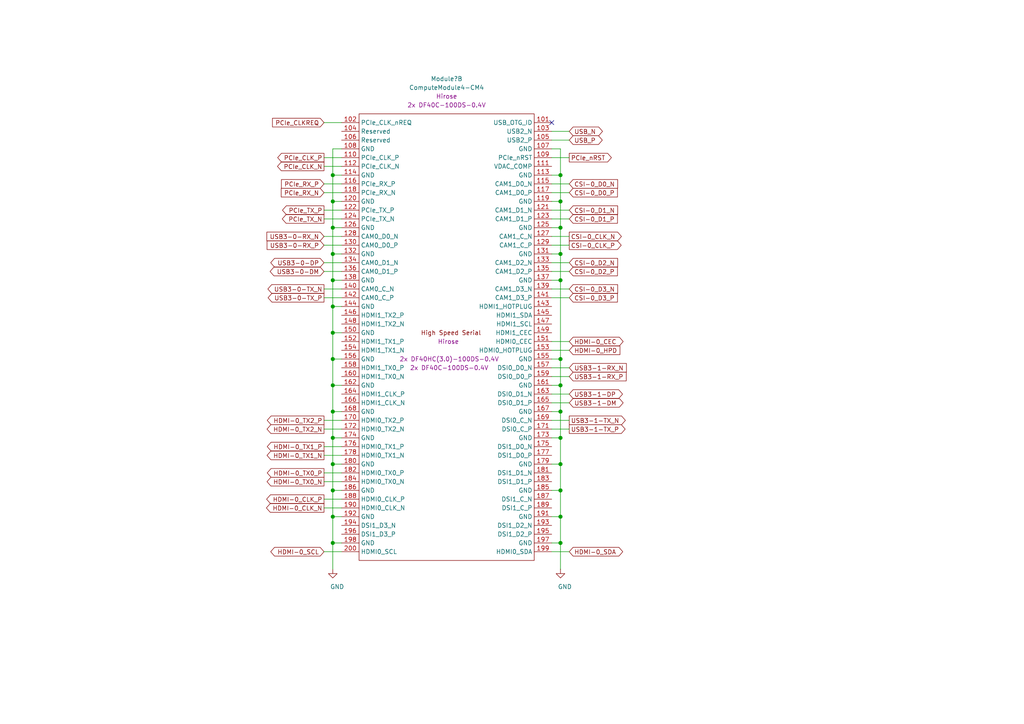
<source format=kicad_sch>
(kicad_sch (version 20250114) (generator "eeschema") (generator_version "9.0")
  (paper "A4")
  (title_block (title "CM4/CM5 Carrier Board"))
  (lib_symbols
    (symbol "CM4IO:ComputeModule4-CM4"
      (property "Reference" "Module" (at 113.03 -68.58 0))
      (property "Value" "ComputeModule4-CM4" (at 140.97 2.54 0))
      (property "Manufacturer" "Hirose" (at 0 0 0))
      (property "MPN" "2x DF40C-100DS-0.4V" (at 0 -2.54 0))
      (property "MPN (Alt)" "2x DF40HC(3.0)-100DS-0.4V" (at 0 0 0))
      (symbol "ComputeModule4-CM4_1_0"
        (text "GPIO" (at 0 6.35 0) (effects (font (size 1.27 1.27))))
      )
      (symbol "ComputeModule4-CM4_1_1"
        (rectangle (start -30.48 -71.12) (end 25.4 58.42))
        (text "600mA Max" (at -8.89 -48.26 0) (effects (font (size 1.27 1.27))))
        (text "600mA Max" (at -8.89 -53.34 0) (effects (font (size 1.27 1.27))))
        (text "NB SD signals are only available" (at -1.27 -27.94 0) (effects (font (size 1.27 1.27))))
        (text "on modules without eMMC" (at -1.27 -30.48 0) (effects (font (size 1.27 1.27))))
        (pin power_in line (at -33.02 55.88 0) (length 2.54) (name "GND") (number "2"))
        (pin passive line (at -33.02 53.34 0) (length 2.54) (name "Ethernet_Pair1_P") (number "4"))
        (pin passive line (at -33.02 50.8 0) (length 2.54) (name "Ethernet_Pair1_N") (number "6"))
        (pin power_in line (at -33.02 48.26 0) (length 2.54) (name "GND") (number "8"))
        (pin passive line (at -33.02 45.72 0) (length 2.54) (name "Ethernet_Pair0_N") (number "10"))
        (pin passive line (at -33.02 43.18 0) (length 2.54) (name "Ethernet_Pair0_P") (number "12"))
        (pin power_in line (at -33.02 40.64 0) (length 2.54) (name "GND") (number "14"))
        (pin input line (at -33.02 38.1 0) (length 2.54) (name "Ethernet_SYNC_IN(1.8v)") (number "16"))
        (pin input line (at -33.02 35.56 0) (length 2.54) (name "Ethernet_SYNC_OUT(1.8v)") (number "18"))
        (pin passive line (at -33.02 33.02 0) (length 2.54) (name "EEPROM_nWP") (number "20"))
        (pin power_in line (at -33.02 30.48 0) (length 2.54) (name "GND") (number "22"))
        (pin passive line (at -33.02 27.94 0) (length 2.54) (name "GPIO26") (number "24"))
        (pin passive line (at -33.02 25.4 0) (length 2.54) (name "GPIO19") (number "26"))
        (pin passive line (at -33.02 22.86 0) (length 2.54) (name "GPIO13") (number "28"))
        (pin passive line (at -33.02 20.32 0) (length 2.54) (name "GPIO6") (number "30"))
        (pin power_in line (at -33.02 17.78 0) (length 2.54) (name "GND") (number "32"))
        (pin passive line (at -33.02 15.24 0) (length 2.54) (name "GPIO5") (number "34"))
        (pin passive line (at -33.02 12.7 0) (length 2.54) (name "ID_SD") (number "36"))
        (pin passive line (at -33.02 10.16 0) (length 2.54) (name "GPIO11") (number "38"))
        (pin passive line (at -33.02 7.62 0) (length 2.54) (name "GPIO9") (number "40"))
        (pin power_in line (at -33.02 5.08 0) (length 2.54) (name "GND") (number "42"))
        (pin passive line (at -33.02 2.54 0) (length 2.54) (name "GPIO10") (number "44"))
        (pin passive line (at -33.02 0 0) (length 2.54) (name "GPIO22") (number "46"))
        (pin passive line (at -33.02 -2.54 0) (length 2.54) (name "GPIO27") (number "48"))
        (pin passive line (at -33.02 -5.08 0) (length 2.54) (name "GPIO17") (number "50"))
        (pin power_in line (at -33.02 -7.62 0) (length 2.54) (name "GND") (number "52"))
        (pin passive line (at -33.02 -10.16 0) (length 2.54) (name "GPIO4") (number "54"))
        (pin passive line (at -33.02 -12.7 0) (length 2.54) (name "GPIO3") (number "56"))
        (pin passive line (at -33.02 -15.24 0) (length 2.54) (name "GPIO2") (number "58"))
        (pin power_in line (at -33.02 -17.78 0) (length 2.54) (name "GND") (number "60"))
        (pin passive line (at -33.02 -20.32 0) (length 2.54) (name "SD_CMD") (number "62"))
        (pin passive line (at -33.02 -22.86 0) (length 2.54) (name "SD_DAT5") (number "64"))
        (pin power_in line (at -33.02 -25.4 0) (length 2.54) (name "GND") (number "66"))
        (pin passive line (at -33.02 -27.94 0) (length 2.54) (name "SD_DAT4") (number "68"))
        (pin passive line (at -33.02 -30.48 0) (length 2.54) (name "SD_DAT7") (number "70"))
        (pin passive line (at -33.02 -33.02 0) (length 2.54) (name "SD_DAT6") (number "72"))
        (pin power_in line (at -33.02 -35.56 0) (length 2.54) (name "GND") (number "74"))
        (pin passive line (at -33.02 -38.1 0) (length 2.54) (name "Reserved") (number "76"))
        (pin power_in line (at -33.02 -40.64 0) (length 2.54) (name "GPIO_VREF(1.8v/3.3v_Input)") (number "78"))
        (pin passive line (at -33.02 -43.18 0) (length 2.54) (name "SCL0") (number "80"))
        (pin passive line (at -33.02 -45.72 0) (length 2.54) (name "SDA0") (number "82"))
        (pin power_out line (at -33.02 -48.26 0) (length 2.54) (name "+3.3v_(Output)") (number "84"))
        (pin power_out line (at -33.02 -50.8 0) (length 2.54) (name "+3.3v_(Output)") (number "86"))
        (pin power_out line (at -33.02 -53.34 0) (length 2.54) (name "+1.8v_(Output)") (number "88"))
        (pin power_out line (at -33.02 -55.88 0) (length 2.54) (name "+1.8v_(Output)") (number "90"))
        (pin passive line (at -33.02 -58.42 0) (length 2.54) (name "RUN_PG") (number "92"))
        (pin passive line (at -33.02 -60.96 0) (length 2.54) (name "AnalogIP0") (number "94"))
        (pin passive line (at -33.02 -63.5 0) (length 2.54) (name "AnalogIP1") (number "96"))
        (pin power_in line (at -33.02 -66.04 0) (length 2.54) (name "GND") (number "98"))
        (pin output line (at -33.02 -68.58 0) (length 2.54) (name "nEXTRST") (number "100"))
        (pin power_in line (at 27.94 55.88 180) (length 2.54) (name "GND") (number "1"))
        (pin passive line (at 27.94 53.34 180) (length 2.54) (name "Ethernet_Pair3_P") (number "3"))
        (pin passive line (at 27.94 50.8 180) (length 2.54) (name "Ethernet_Pair3_N") (number "5"))
        (pin power_in line (at 27.94 48.26 180) (length 2.54) (name "GND") (number "7"))
        (pin passive line (at 27.94 45.72 180) (length 2.54) (name "Ethernet_Pair2_N") (number "9"))
        (pin passive line (at 27.94 43.18 180) (length 2.54) (name "Ethernet_Pair2_P") (number "11"))
        (pin power_in line (at 27.94 40.64 180) (length 2.54) (name "GND") (number "13"))
        (pin output line (at 27.94 38.1 180) (length 2.54) (name "Ethernet_nLED3(3.3v)") (number "15"))
        (pin output line (at 27.94 35.56 180) (length 2.54) (name "Ethernet_nLED2(3.3v)") (number "17"))
        (pin output line (at 27.94 33.02 180) (length 2.54) (name "Ethernet_nLED1(3.3v)") (number "19"))
        (pin open_collector line (at 27.94 30.48 180) (length 2.54) (name "PI_nLED_Activity") (number "21"))
        (pin power_in line (at 27.94 27.94 180) (length 2.54) (name "GND") (number "23"))
        (pin passive line (at 27.94 25.4 180) (length 2.54) (name "GPIO21") (number "25"))
        (pin passive line (at 27.94 22.86 180) (length 2.54) (name "GPIO20") (number "27"))
        (pin passive line (at 27.94 20.32 180) (length 2.54) (name "GPIO16") (number "29"))
        (pin passive line (at 27.94 17.78 180) (length 2.54) (name "GPIO12") (number "31"))
        (pin power_in line (at 27.94 15.24 180) (length 2.54) (name "GND") (number "33"))
        (pin passive line (at 27.94 12.7 180) (length 2.54) (name "ID_SC") (number "35"))
        (pin passive line (at 27.94 10.16 180) (length 2.54) (name "GPIO7") (number "37"))
        (pin passive line (at 27.94 7.62 180) (length 2.54) (name "GPIO8") (number "39"))
        (pin passive line (at 27.94 5.08 180) (length 2.54) (name "GPIO25") (number "41"))
        (pin power_in line (at 27.94 2.54 180) (length 2.54) (name "GND") (number "43"))
        (pin passive line (at 27.94 0 180) (length 2.54) (name "GPIO24") (number "45"))
        (pin passive line (at 27.94 -2.54 180) (length 2.54) (name "GPIO23") (number "47"))
        (pin passive line (at 27.94 -5.08 180) (length 2.54) (name "GPIO18") (number "49"))
        (pin passive line (at 27.94 -7.62 180) (length 2.54) (name "GPIO15") (number "51"))
        (pin power_in line (at 27.94 -10.16 180) (length 2.54) (name "GND") (number "53"))
        (pin passive line (at 27.94 -12.7 180) (length 2.54) (name "GPIO14") (number "55"))
        (pin passive line (at 27.94 -15.24 180) (length 2.54) (name "SD_CLK") (number "57"))
        (pin power_in line (at 27.94 -17.78 180) (length 2.54) (name "GND") (number "59"))
        (pin passive line (at 27.94 -20.32 180) (length 2.54) (name "SD_DAT3") (number "61"))
        (pin passive line (at 27.94 -22.86 180) (length 2.54) (name "SD_DAT0") (number "63"))
        (pin power_in line (at 27.94 -25.4 180) (length 2.54) (name "GND") (number "65"))
        (pin passive line (at 27.94 -27.94 180) (length 2.54) (name "SD_DAT1") (number "67"))
        (pin passive line (at 27.94 -30.48 180) (length 2.54) (name "SD_DAT2") (number "69"))
        (pin power_in line (at 27.94 -33.02 180) (length 2.54) (name "GND") (number "71"))
        (pin input line (at 27.94 -35.56 180) (length 2.54) (name "SD_VDD_Override") (number "73"))
        (pin output line (at 27.94 -38.1 180) (length 2.54) (name "SD_PWR_ON") (number "75"))
        (pin power_in line (at 27.94 -40.64 180) (length 2.54) (name "+5v_(Input)") (number "77"))
        (pin power_in line (at 27.94 -43.18 180) (length 2.54) (name "+5v_(Input)") (number "79"))
        (pin power_in line (at 27.94 -45.72 180) (length 2.54) (name "+5v_(Input)") (number "81"))
        (pin power_in line (at 27.94 -48.26 180) (length 2.54) (name "+5v_(Input)") (number "83"))
        (pin power_in line (at 27.94 -50.8 180) (length 2.54) (name "+5v_(Input)") (number "85"))
        (pin power_in line (at 27.94 -53.34 180) (length 2.54) (name "+5v_(Input)") (number "87"))
        (pin power_in line (at 27.94 -55.88 180) (length 2.54) (name "WiFi_nDisable") (number "89"))
        (pin power_in line (at 27.94 -58.42 180) (length 2.54) (name "BT_nDisable") (number "91"))
        (pin input line (at 27.94 -60.96 180) (length 2.54) (name "nRPIBOOT") (number "93"))
        (pin output line (at 27.94 -63.5 180) (length 2.54) (name "nPI_LED_PWR") (number "95"))
        (pin passive line (at 27.94 -66.04 180) (length 2.54) (name "Camera_GPIO") (number "97"))
        (pin input line (at 27.94 -68.58 180) (length 2.54) (name "Global_EN") (number "99"))
      )
      (symbol "ComputeModule4-CM4_2_1"
        (rectangle (start 114.3 -66.04) (end 165.1 63.5))
        (text "High Speed Serial" (at 140.97 0 0) (effects (font (size 1.27 1.27))))
        (pin input line (at 109.22 60.96 0) (length 5.08) (name "PCIe_CLK_nREQ") (number "102"))
        (pin passive line (at 109.22 58.42 0) (length 5.08) (name "Reserved") (number "104"))
        (pin passive line (at 109.22 55.88 0) (length 5.08) (name "Reserved") (number "106"))
        (pin power_in line (at 109.22 53.34 0) (length 5.08) (name "GND") (number "108"))
        (pin output line (at 109.22 50.8 0) (length 5.08) (name "PCIe_CLK_P") (number "110"))
        (pin output line (at 109.22 48.26 0) (length 5.08) (name "PCIe_CLK_N") (number "112"))
        (pin power_in line (at 109.22 45.72 0) (length 5.08) (name "GND") (number "114"))
        (pin input line (at 109.22 43.18 0) (length 5.08) (name "PCIe_RX_P") (number "116"))
        (pin input line (at 109.22 40.64 0) (length 5.08) (name "PCIe_RX_N") (number "118"))
        (pin power_in line (at 109.22 38.1 0) (length 5.08) (name "GND") (number "120"))
        (pin output line (at 109.22 35.56 0) (length 5.08) (name "PCIe_TX_P") (number "122"))
        (pin output line (at 109.22 33.02 0) (length 5.08) (name "PCIe_TX_N") (number "124"))
        (pin power_in line (at 109.22 30.48 0) (length 5.08) (name "GND") (number "126"))
        (pin input line (at 109.22 27.94 0) (length 5.08) (name "CAM0_D0_N") (number "128"))
        (pin input line (at 109.22 25.4 0) (length 5.08) (name "CAM0_D0_P") (number "130"))
        (pin power_in line (at 109.22 22.86 0) (length 5.08) (name "GND") (number "132"))
        (pin input line (at 109.22 20.32 0) (length 5.08) (name "CAM0_D1_N") (number "134"))
        (pin input line (at 109.22 17.78 0) (length 5.08) (name "CAM0_D1_P") (number "136"))
        (pin power_in line (at 109.22 15.24 0) (length 5.08) (name "GND") (number "138"))
        (pin input line (at 109.22 12.7 0) (length 5.08) (name "CAM0_C_N") (number "140"))
        (pin input line (at 109.22 10.16 0) (length 5.08) (name "CAM0_C_P") (number "142"))
        (pin power_in line (at 109.22 7.62 0) (length 5.08) (name "GND") (number "144"))
        (pin output line (at 109.22 5.08 0) (length 5.08) (name "HDMI1_TX2_P") (number "146"))
        (pin output line (at 109.22 2.54 0) (length 5.08) (name "HDMI1_TX2_N") (number "148"))
        (pin power_in line (at 109.22 0 0) (length 5.08) (name "GND") (number "150"))
        (pin output line (at 109.22 -2.54 0) (length 5.08) (name "HDMI1_TX1_P") (number "152"))
        (pin output line (at 109.22 -5.08 0) (length 5.08) (name "HDMI1_TX1_N") (number "154"))
        (pin power_in line (at 109.22 -7.62 0) (length 5.08) (name "GND") (number "156"))
        (pin output line (at 109.22 -10.16 0) (length 5.08) (name "HDMI1_TX0_P") (number "158"))
        (pin output line (at 109.22 -12.7 0) (length 5.08) (name "HDMI1_TX0_N") (number "160"))
        (pin power_in line (at 109.22 -15.24 0) (length 5.08) (name "GND") (number "162"))
        (pin output line (at 109.22 -17.78 0) (length 5.08) (name "HDMI1_CLK_P") (number "164"))
        (pin output line (at 109.22 -20.32 0) (length 5.08) (name "HDMI1_CLK_N") (number "166"))
        (pin power_in line (at 109.22 -22.86 0) (length 5.08) (name "GND") (number "168"))
        (pin output line (at 109.22 -25.4 0) (length 5.08) (name "HDMI0_TX2_P") (number "170"))
        (pin output line (at 109.22 -27.94 0) (length 5.08) (name "HDMI0_TX2_N") (number "172"))
        (pin power_in line (at 109.22 -30.48 0) (length 5.08) (name "GND") (number "174"))
        (pin output line (at 109.22 -33.02 0) (length 5.08) (name "HDMI0_TX1_P") (number "176"))
        (pin output line (at 109.22 -35.56 0) (length 5.08) (name "HDMI0_TX1_N") (number "178"))
        (pin power_in line (at 109.22 -38.1 0) (length 5.08) (name "GND") (number "180"))
        (pin output line (at 109.22 -40.64 0) (length 5.08) (name "HDMI0_TX0_P") (number "182"))
        (pin output line (at 109.22 -43.18 0) (length 5.08) (name "HDMI0_TX0_N") (number "184"))
        (pin power_in line (at 109.22 -45.72 0) (length 5.08) (name "GND") (number "186"))
        (pin output line (at 109.22 -48.26 0) (length 5.08) (name "HDMI0_CLK_P") (number "188"))
        (pin output line (at 109.22 -50.8 0) (length 5.08) (name "HDMI0_CLK_N") (number "190"))
        (pin power_in line (at 109.22 -53.34 0) (length 5.08) (name "GND") (number "192"))
        (pin output line (at 109.22 -55.88 0) (length 5.08) (name "DSI1_D3_N") (number "194"))
        (pin output line (at 109.22 -58.42 0) (length 5.08) (name "DSI1_D3_P") (number "196"))
        (pin power_in line (at 109.22 -60.96 0) (length 5.08) (name "GND") (number "198"))
        (pin open_collector line (at 109.22 -63.5 0) (length 5.08) (name "HDMI0_SCL") (number "200"))
        (pin input line (at 170.18 60.96 180) (length 5.08) (name "USB_OTG_ID") (number "101"))
        (pin passive line (at 170.18 58.42 180) (length 5.08) (name "USB2_N") (number "103"))
        (pin passive line (at 170.18 55.88 180) (length 5.08) (name "USB2_P") (number "105"))
        (pin power_in line (at 170.18 53.34 180) (length 5.08) (name "GND") (number "107"))
        (pin bidirectional line (at 170.18 50.8 180) (length 5.08) (name "PCIe_nRST") (number "109"))
        (pin passive line (at 170.18 48.26 180) (length 5.08) (name "VDAC_COMP") (number "111"))
        (pin power_in line (at 170.18 45.72 180) (length 5.08) (name "GND") (number "113"))
        (pin input line (at 170.18 43.18 180) (length 5.08) (name "CAM1_D0_N") (number "115"))
        (pin input line (at 170.18 40.64 180) (length 5.08) (name "CAM1_D0_P") (number "117"))
        (pin power_in line (at 170.18 38.1 180) (length 5.08) (name "GND") (number "119"))
        (pin input line (at 170.18 35.56 180) (length 5.08) (name "CAM1_D1_N") (number "121"))
        (pin input line (at 170.18 33.02 180) (length 5.08) (name "CAM1_D1_P") (number "123"))
        (pin power_in line (at 170.18 30.48 180) (length 5.08) (name "GND") (number "125"))
        (pin input line (at 170.18 27.94 180) (length 5.08) (name "CAM1_C_N") (number "127"))
        (pin input line (at 170.18 25.4 180) (length 5.08) (name "CAM1_C_P") (number "129"))
        (pin power_in line (at 170.18 22.86 180) (length 5.08) (name "GND") (number "131"))
        (pin input line (at 170.18 20.32 180) (length 5.08) (name "CAM1_D2_N") (number "133"))
        (pin input line (at 170.18 17.78 180) (length 5.08) (name "CAM1_D2_P") (number "135"))
        (pin power_in line (at 170.18 15.24 180) (length 5.08) (name "GND") (number "137"))
        (pin input line (at 170.18 12.7 180) (length 5.08) (name "CAM1_D3_N") (number "139"))
        (pin input line (at 170.18 10.16 180) (length 5.08) (name "CAM1_D3_P") (number "141"))
        (pin input line (at 170.18 7.62 180) (length 5.08) (name "HDMI1_HOTPLUG") (number "143"))
        (pin bidirectional line (at 170.18 5.08 180) (length 5.08) (name "HDMI1_SDA") (number "145"))
        (pin open_collector line (at 170.18 2.54 180) (length 5.08) (name "HDMI1_SCL") (number "147"))
        (pin open_collector line (at 170.18 0 180) (length 5.08) (name "HDMI1_CEC") (number "149"))
        (pin open_collector line (at 170.18 -2.54 180) (length 5.08) (name "HDMI0_CEC") (number "151"))
        (pin input line (at 170.18 -5.08 180) (length 5.08) (name "HDMI0_HOTPLUG") (number "153"))
        (pin power_in line (at 170.18 -7.62 180) (length 5.08) (name "GND") (number "155"))
        (pin output line (at 170.18 -10.16 180) (length 5.08) (name "DSI0_D0_N") (number "157"))
        (pin output line (at 170.18 -12.7 180) (length 5.08) (name "DSI0_D0_P") (number "159"))
        (pin power_in line (at 170.18 -15.24 180) (length 5.08) (name "GND") (number "161"))
        (pin output line (at 170.18 -17.78 180) (length 5.08) (name "DSI0_D1_N") (number "163"))
        (pin output line (at 170.18 -20.32 180) (length 5.08) (name "DSI0_D1_P") (number "165"))
        (pin power_in line (at 170.18 -22.86 180) (length 5.08) (name "GND") (number "167"))
        (pin output line (at 170.18 -25.4 180) (length 5.08) (name "DSI0_C_N") (number "169"))
        (pin output line (at 170.18 -27.94 180) (length 5.08) (name "DSI0_C_P") (number "171"))
        (pin power_in line (at 170.18 -30.48 180) (length 5.08) (name "GND") (number "173"))
        (pin output line (at 170.18 -33.02 180) (length 5.08) (name "DSI1_D0_N") (number "175"))
        (pin output line (at 170.18 -35.56 180) (length 5.08) (name "DSI1_D0_P") (number "177"))
        (pin power_in line (at 170.18 -38.1 180) (length 5.08) (name "GND") (number "179"))
        (pin output line (at 170.18 -40.64 180) (length 5.08) (name "DSI1_D1_N") (number "181"))
        (pin output line (at 170.18 -43.18 180) (length 5.08) (name "DSI1_D1_P") (number "183"))
        (pin power_in line (at 170.18 -45.72 180) (length 5.08) (name "GND") (number "185"))
        (pin output line (at 170.18 -48.26 180) (length 5.08) (name "DSI1_C_N") (number "187"))
        (pin output line (at 170.18 -50.8 180) (length 5.08) (name "DSI1_C_P") (number "189"))
        (pin power_in line (at 170.18 -53.34 180) (length 5.08) (name "GND") (number "191"))
        (pin output line (at 170.18 -55.88 180) (length 5.08) (name "DSI1_D2_N") (number "193"))
        (pin output line (at 170.18 -58.42 180) (length 5.08) (name "DSI1_D2_P") (number "195"))
        (pin power_in line (at 170.18 -60.96 180) (length 5.08) (name "GND") (number "197"))
        (pin bidirectional line (at 170.18 -63.5 180) (length 5.08) (name "HDMI0_SDA") (number "199"))
      )
    )
    (symbol "power:GND" (power) (pin_numbers (hide yes)) (pin_names (offset 0) (hide yes))
      (property "Value" "GND" (at 0 -3.81 0))
      (symbol "GND_0_1"
        (polyline (pts (xy 0 0) (xy 0 -1.27) (xy 1.27 -1.27) (xy 0 -2.54) (xy -1.27 -1.27) (xy 0 -1.27)))
      )
      (symbol "GND_1_1"
        (pin power_in line (at 0 0 270) (length 0) (name "~") (number "1"))
      )
    )
  )
  (junction (at 162.56 104.14) (diameter 1.016))
  (junction (at 162.56 111.76) (diameter 1.016))
  (junction (at 96.52 73.66) (diameter 1.016))
  (junction (at 162.56 134.62) (diameter 1.016))
  (junction (at 162.56 142.24) (diameter 1.016))
  (junction (at 162.56 157.48) (diameter 1.016))
  (junction (at 96.52 111.76) (diameter 1.016))
  (junction (at 96.52 119.38) (diameter 1.016))
  (junction (at 162.56 127) (diameter 1.016))
  (junction (at 96.52 96.52) (diameter 1.016))
  (junction (at 162.56 66.04) (diameter 1.016))
  (junction (at 162.56 149.86) (diameter 1.016))
  (junction (at 162.56 119.38) (diameter 1.016))
  (junction (at 162.56 58.42) (diameter 1.016))
  (junction (at 96.52 157.48) (diameter 1.016))
  (junction (at 162.56 81.28) (diameter 1.016))
  (junction (at 96.52 81.28) (diameter 1.016))
  (junction (at 96.52 142.24) (diameter 1.016))
  (junction (at 96.52 104.14) (diameter 1.016))
  (junction (at 96.52 149.86) (diameter 1.016))
  (junction (at 96.52 66.04) (diameter 1.016))
  (junction (at 96.52 58.42) (diameter 1.016))
  (junction (at 96.52 134.62) (diameter 1.016))
  (junction (at 162.56 73.66) (diameter 1.016))
  (junction (at 162.56 50.8) (diameter 1.016))
  (junction (at 96.52 88.9) (diameter 1.016))
  (junction (at 96.52 127) (diameter 1.016))
  (junction (at 96.52 50.8) (diameter 1.016))
  (no_connect (at 160.02 35.56))
  (wire (pts (xy 96.52 134.62) (xy 96.52 142.24)))
  (wire (pts (xy 165.1 55.88) (xy 160.02 55.88)))
  (wire (pts (xy 96.52 119.38) (xy 96.52 127)))
  (wire (pts (xy 96.52 81.28) (xy 99.06 81.28)))
  (wire (pts (xy 160.02 50.8) (xy 162.56 50.8)))
  (wire (pts (xy 165.1 38.1) (xy 160.02 38.1)))
  (wire (pts (xy 165.1 40.64) (xy 160.02 40.64)))
  (wire (pts (xy 93.98 71.12) (xy 99.06 71.12)))
  (wire (pts (xy 93.98 147.32) (xy 99.06 147.32)))
  (wire (pts (xy 96.52 134.62) (xy 99.06 134.62)))
  (wire (pts (xy 165.1 106.68) (xy 160.02 106.68)))
  (wire (pts (xy 160.02 104.14) (xy 162.56 104.14)))
  (wire (pts (xy 96.52 58.42) (xy 99.06 58.42)))
  (wire (pts (xy 93.98 48.26) (xy 99.06 48.26)))
  (wire (pts (xy 96.52 157.48) (xy 99.06 157.48)))
  (wire (pts (xy 160.02 127) (xy 162.56 127)))
  (wire (pts (xy 165.1 78.74) (xy 160.02 78.74)))
  (wire (pts (xy 165.1 63.5) (xy 160.02 63.5)))
  (wire (pts (xy 96.52 73.66) (xy 99.06 73.66)))
  (wire (pts (xy 93.98 83.82) (xy 99.06 83.82)))
  (wire (pts (xy 93.98 124.46) (xy 99.06 124.46)))
  (wire (pts (xy 93.98 63.5) (xy 99.06 63.5)))
  (wire (pts (xy 165.1 71.12) (xy 160.02 71.12)))
  (wire (pts (xy 93.98 45.72) (xy 99.06 45.72)))
  (wire (pts (xy 165.1 86.36) (xy 160.02 86.36)))
  (wire (pts (xy 96.52 157.48) (xy 96.52 165.1)))
  (wire (pts (xy 96.52 88.9) (xy 96.52 96.52)))
  (wire (pts (xy 165.1 160.02) (xy 160.02 160.02)))
  (wire (pts (xy 165.1 114.3) (xy 160.02 114.3)))
  (wire (pts (xy 96.52 96.52) (xy 96.52 104.14)))
  (wire (pts (xy 96.52 111.76) (xy 99.06 111.76)))
  (wire (pts (xy 96.52 96.52) (xy 99.06 96.52)))
  (wire (pts (xy 162.56 50.8) (xy 162.56 58.42)))
  (wire (pts (xy 165.1 83.82) (xy 160.02 83.82)))
  (wire (pts (xy 96.52 81.28) (xy 96.52 88.9)))
  (wire (pts (xy 165.1 121.92) (xy 160.02 121.92)))
  (wire (pts (xy 93.98 137.16) (xy 99.06 137.16)))
  (wire (pts (xy 93.98 139.7) (xy 99.06 139.7)))
  (wire (pts (xy 93.98 132.08) (xy 99.06 132.08)))
  (wire (pts (xy 162.56 104.14) (xy 162.56 111.76)))
  (wire (pts (xy 162.56 73.66) (xy 162.56 81.28)))
  (wire (pts (xy 165.1 109.22) (xy 160.02 109.22)))
  (wire (pts (xy 165.1 53.34) (xy 160.02 53.34)))
  (wire (pts (xy 162.56 119.38) (xy 162.56 127)))
  (wire (pts (xy 165.1 76.2) (xy 160.02 76.2)))
  (wire (pts (xy 165.1 116.84) (xy 160.02 116.84)))
  (wire (pts (xy 160.02 134.62) (xy 162.56 134.62)))
  (wire (pts (xy 160.02 149.86) (xy 162.56 149.86)))
  (wire (pts (xy 93.98 121.92) (xy 99.06 121.92)))
  (wire (pts (xy 96.52 111.76) (xy 96.52 119.38)))
  (wire (pts (xy 160.02 119.38) (xy 162.56 119.38)))
  (wire (pts (xy 162.56 142.24) (xy 162.56 149.86)))
  (wire (pts (xy 96.52 50.8) (xy 96.52 58.42)))
  (wire (pts (xy 162.56 66.04) (xy 162.56 73.66)))
  (wire (pts (xy 93.98 76.2) (xy 99.06 76.2)))
  (wire (pts (xy 162.56 58.42) (xy 162.56 66.04)))
  (wire (pts (xy 165.1 68.58) (xy 160.02 68.58)))
  (wire (pts (xy 93.98 68.58) (xy 99.06 68.58)))
  (wire (pts (xy 96.52 104.14) (xy 99.06 104.14)))
  (wire (pts (xy 160.02 157.48) (xy 162.56 157.48)))
  (wire (pts (xy 162.56 134.62) (xy 162.56 142.24)))
  (wire (pts (xy 96.52 50.8) (xy 99.06 50.8)))
  (wire (pts (xy 165.1 60.96) (xy 160.02 60.96)))
  (wire (pts (xy 160.02 58.42) (xy 162.56 58.42)))
  (wire (pts (xy 96.52 88.9) (xy 99.06 88.9)))
  (wire (pts (xy 93.98 129.54) (xy 99.06 129.54)))
  (wire (pts (xy 96.52 127) (xy 99.06 127)))
  (wire (pts (xy 93.98 60.96) (xy 99.06 60.96)))
  (wire (pts (xy 93.98 53.34) (xy 99.06 53.34)))
  (wire (pts (xy 93.98 35.56) (xy 99.06 35.56)))
  (wire (pts (xy 162.56 111.76) (xy 162.56 119.38)))
  (wire (pts (xy 93.98 55.88) (xy 99.06 55.88)))
  (wire (pts (xy 162.56 157.48) (xy 162.56 165.1)))
  (wire (pts (xy 96.52 149.86) (xy 96.52 157.48)))
  (wire (pts (xy 96.52 43.18) (xy 96.52 50.8)))
  (wire (pts (xy 96.52 66.04) (xy 99.06 66.04)))
  (wire (pts (xy 96.52 142.24) (xy 99.06 142.24)))
  (wire (pts (xy 162.56 127) (xy 162.56 134.62)))
  (wire (pts (xy 96.52 142.24) (xy 96.52 149.86)))
  (wire (pts (xy 162.56 149.86) (xy 162.56 157.48)))
  (wire (pts (xy 160.02 142.24) (xy 162.56 142.24)))
  (wire (pts (xy 165.1 99.06) (xy 160.02 99.06)))
  (wire (pts (xy 96.52 73.66) (xy 96.52 81.28)))
  (wire (pts (xy 162.56 81.28) (xy 162.56 104.14)))
  (wire (pts (xy 160.02 43.18) (xy 162.56 43.18)))
  (wire (pts (xy 96.52 149.86) (xy 99.06 149.86)))
  (wire (pts (xy 165.1 101.6) (xy 160.02 101.6)))
  (wire (pts (xy 93.98 78.74) (xy 99.06 78.74)))
  (wire (pts (xy 162.56 43.18) (xy 162.56 50.8)))
  (wire (pts (xy 96.52 66.04) (xy 96.52 73.66)))
  (wire (pts (xy 96.52 104.14) (xy 96.52 111.76)))
  (wire (pts (xy 93.98 160.02) (xy 99.06 160.02)))
  (wire (pts (xy 96.52 127) (xy 96.52 134.62)))
  (wire (pts (xy 160.02 66.04) (xy 162.56 66.04)))
  (wire (pts (xy 93.98 144.78) (xy 99.06 144.78)))
  (wire (pts (xy 96.52 43.18) (xy 99.06 43.18)))
  (wire (pts (xy 160.02 81.28) (xy 162.56 81.28)))
  (wire (pts (xy 96.52 58.42) (xy 96.52 66.04)))
  (wire (pts (xy 160.02 73.66) (xy 162.56 73.66)))
  (wire (pts (xy 160.02 111.76) (xy 162.56 111.76)))
  (wire (pts (xy 93.98 86.36) (xy 99.06 86.36)))
  (wire (pts (xy 96.52 119.38) (xy 99.06 119.38)))
  (wire (pts (xy 165.1 45.72) (xy 160.02 45.72)))
  (wire (pts (xy 165.1 124.46) (xy 160.02 124.46)))
  (global_label "USB3-1-RX_P" (shape input) (at 165.1 109.22 0) (property "Intersheetrefs" "${INTERSHEET_REFS}" (effects (hide yes))))
  (global_label "CSI-0_D3_N" (shape input) (at 165.1 83.82 0) (property "Intersheetrefs" "${INTERSHEET_REFS}" (effects (hide yes))))
  (global_label "PCIe_CLKREQ" (shape input) (at 93.98 35.56 180) (property "Intersheetrefs" "${INTERSHEET_REFS}" (effects (hide yes))))
  (global_label "HDMI-0_TX2_P" (shape output) (at 93.98 121.92 180) (property "Intersheetrefs" "${INTERSHEET_REFS}" (effects (hide yes))))
  (global_label "CSI-0_D2_P" (shape input) (at 165.1 78.74 0) (property "Intersheetrefs" "${INTERSHEET_REFS}" (effects (hide yes))))
  (global_label "USB3-1-TX_N" (shape output) (at 165.1 121.92 0) (property "Intersheetrefs" "${INTERSHEET_REFS}" (effects (hide yes))))
  (global_label "USB3-1-DP" (shape bidirectional) (at 165.1 114.3 0) (property "Intersheetrefs" "${INTERSHEET_REFS}" (effects (hide yes))))
  (global_label "USB3-1-DM" (shape bidirectional) (at 165.1 116.84 0) (property "Intersheetrefs" "${INTERSHEET_REFS}" (effects (hide yes))))
  (global_label "HDMI-0_CLK_N" (shape output) (at 93.98 147.32 180) (property "Intersheetrefs" "${INTERSHEET_REFS}" (effects (hide yes))))
  (global_label "USB3-0-TX_N" (shape output) (at 93.98 83.82 180) (property "Intersheetrefs" "${INTERSHEET_REFS}" (effects (hide yes))))
  (global_label "HDMI-0_TX2_N" (shape output) (at 93.98 124.46 180) (property "Intersheetrefs" "${INTERSHEET_REFS}" (effects (hide yes))))
  (global_label "PCIe_RX_P" (shape input) (at 93.98 53.34 180) (property "Intersheetrefs" "${INTERSHEET_REFS}" (effects (hide yes))))
  (global_label "USB3-0-DM" (shape bidirectional) (at 93.98 78.74 180) (property "Intersheetrefs" "${INTERSHEET_REFS}" (effects (hide yes))))
  (global_label "USB3-1-RX_N" (shape input) (at 165.1 106.68 0) (property "Intersheetrefs" "${INTERSHEET_REFS}" (effects (hide yes))))
  (global_label "HDMI-0_TX1_P" (shape output) (at 93.98 129.54 180) (property "Intersheetrefs" "${INTERSHEET_REFS}" (effects (hide yes))))
  (global_label "CSI-0_CLK_P" (shape output) (at 165.1 71.12 0) (property "Intersheetrefs" "${INTERSHEET_REFS}" (effects (hide yes))))
  (global_label "PCIe_TX_P" (shape output) (at 93.98 60.96 180) (property "Intersheetrefs" "${INTERSHEET_REFS}" (effects (hide yes))))
  (global_label "USB3-0-DP" (shape bidirectional) (at 93.98 76.2 180) (property "Intersheetrefs" "${INTERSHEET_REFS}" (effects (hide yes))))
  (global_label "USB3-0-TX_P" (shape output) (at 93.98 86.36 180) (property "Intersheetrefs" "${INTERSHEET_REFS}" (effects (hide yes))))
  (global_label "PCIe_CLK_N" (shape output) (at 93.98 48.26 180) (property "Intersheetrefs" "${INTERSHEET_REFS}" (effects (hide yes))))
  (global_label "CSI-0_D0_P" (shape input) (at 165.1 55.88 0) (property "Intersheetrefs" "${INTERSHEET_REFS}" (effects (hide yes))))
  (global_label "CSI-0_D1_P" (shape input) (at 165.1 63.5 0) (property "Intersheetrefs" "${INTERSHEET_REFS}" (effects (hide yes))))
  (global_label "PCIe_RX_N" (shape input) (at 93.98 55.88 180) (property "Intersheetrefs" "${INTERSHEET_REFS}" (effects (hide yes))))
  (global_label "HDMI-0_CEC" (shape bidirectional) (at 165.1 99.06 0) (property "Intersheetrefs" "${INTERSHEET_REFS}" (effects (hide yes))))
  (global_label "HDMI-0_TX0_N" (shape output) (at 93.98 139.7 180) (property "Intersheetrefs" "${INTERSHEET_REFS}" (effects (hide yes))))
  (global_label "HDMI-0_HPD" (shape input) (at 165.1 101.6 0) (property "Intersheetrefs" "${INTERSHEET_REFS}" (effects (hide yes))))
  (global_label "USB3-1-TX_P" (shape output) (at 165.1 124.46 0) (property "Intersheetrefs" "${INTERSHEET_REFS}" (effects (hide yes))))
  (global_label "HDMI-0_SDA" (shape bidirectional) (at 165.1 160.02 0) (property "Intersheetrefs" "${INTERSHEET_REFS}" (effects (hide yes))))
  (global_label "PCIe_nRST" (shape output) (at 165.1 45.72 0) (property "Intersheetrefs" "${INTERSHEET_REFS}" (effects (hide yes))))
  (global_label "USB3-0-RX_N" (shape input) (at 93.98 68.58 180) (property "Intersheetrefs" "${INTERSHEET_REFS}" (effects (hide yes))))
  (global_label "CSI-0_D1_N" (shape input) (at 165.1 60.96 0) (property "Intersheetrefs" "${INTERSHEET_REFS}" (effects (hide yes))))
  (global_label "CSI-0_D0_N" (shape input) (at 165.1 53.34 0) (property "Intersheetrefs" "${INTERSHEET_REFS}" (effects (hide yes))))
  (global_label "USB_N" (shape bidirectional) (at 165.1 38.1 0) (property "Intersheetrefs" "${INTERSHEET_REFS}" (effects (hide yes))))
  (global_label "CSI-0_CLK_N" (shape output) (at 165.1 68.58 0) (property "Intersheetrefs" "${INTERSHEET_REFS}" (effects (hide yes))))
  (global_label "CSI-0_D3_P" (shape input) (at 165.1 86.36 0) (property "Intersheetrefs" "${INTERSHEET_REFS}" (effects (hide yes))))
  (global_label "PCIe_CLK_P" (shape output) (at 93.98 45.72 180) (property "Intersheetrefs" "${INTERSHEET_REFS}" (effects (hide yes))))
  (global_label "HDMI-0_TX0_P" (shape output) (at 93.98 137.16 180) (property "Intersheetrefs" "${INTERSHEET_REFS}" (effects (hide yes))))
  (global_label "PCIe_TX_N" (shape output) (at 93.98 63.5 180) (property "Intersheetrefs" "${INTERSHEET_REFS}" (effects (hide yes))))
  (global_label "HDMI-0_TX1_N" (shape output) (at 93.98 132.08 180) (property "Intersheetrefs" "${INTERSHEET_REFS}" (effects (hide yes))))
  (global_label "HDMI-0_CLK_P" (shape output) (at 93.98 144.78 180) (property "Intersheetrefs" "${INTERSHEET_REFS}" (effects (hide yes))))
  (global_label "HDMI-0_SCL" (shape bidirectional) (at 93.98 160.02 180) (property "Intersheetrefs" "${INTERSHEET_REFS}" (effects (hide yes))))
  (global_label "USB3-0-RX_P" (shape input) (at 93.98 71.12 180) (property "Intersheetrefs" "${INTERSHEET_REFS}" (effects (hide yes))))
  (global_label "USB_P" (shape bidirectional) (at 165.1 40.64 0) (property "Intersheetrefs" "${INTERSHEET_REFS}" (effects (hide yes))))
  (global_label "CSI-0_D2_N" (shape input) (at 165.1 76.2 0) (property "Intersheetrefs" "${INTERSHEET_REFS}" (effects (hide yes))))
  (symbol (lib_id "power:GND") (at 96.52 165.1 0) (unit 1)
    (property "Reference" "#PWR0104" (effects (hide yes)))
    (property "Value" "GND" (at 97.79 170.18 0))
    (property "Description" "Power symbol creates a global label with name \"GND\" , ground" (effects (hide yes)))
  )
  (symbol (lib_id "power:GND") (at 162.56 165.1 0) (unit 1)
    (property "Reference" "#PWR0103" (effects (hide yes)))
    (property "Value" "GND" (at 163.83 170.18 0))
    (property "Description" "Power symbol creates a global label with name \"GND\" , ground" (effects (hide yes)))
  )
  (symbol (lib_id "CM4IO:ComputeModule4-CM4") (at -10.16 96.52 0) (unit 2)
    (property "Reference" "Module?" (at 129.54 22.86 0))
    (property "Value" "ComputeModule4-CM4" (at 129.54 25.4 0))
    (property "Footprint" "CM4IO:Raspberry-Pi-4-Compute-Module" (effects (hide yes)))
    (property "Field4" "Hirose" (at 129.54 27.94 0))
    (property "Field5" "2x DF40C-100DS-0.4V" (at 129.54 30.48 0))
    (property "Digi-Key_PN" "2x H11615CT-ND" (effects (hide yes)))
    (property "Digi-Key_PN (Alt)" "2x H124602CT-ND" (effects (hide yes)))
    (property "Manufacturer" "Hirose" (at 130.048 99.06 0))
    (property "MPN" "2x DF40C-100DS-0.4V" (at 130.302 106.68 0))
    (property "MPN (Alt)" "2x DF40HC(3.0)-100DS-0.4V" (at 130.302 104.14 0))
  )
)
</source>
